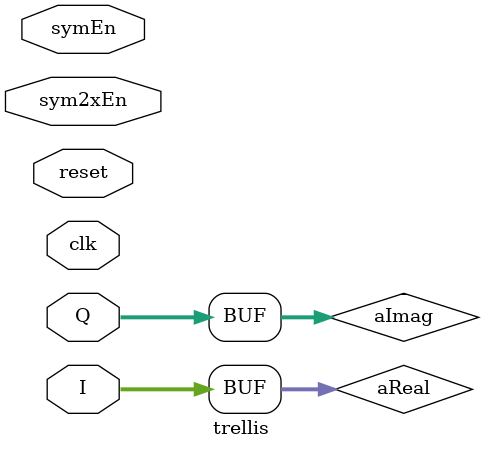
<source format=v>

`timescale 1ns/1ps

module trellis(clk,reset,symEn,sym2xEn,I,Q);

input clk,reset,symEn,sym2xEn;
input [17:0]I,Q;


wire [17:0]aReal,aImag,bReal,bImag,pReal,pImag;

assign aReal = I, aImag = Q;

cmpy18 cmpy18(clk,reset,aReal,aImag,bReal,bImag,pReal,pImag);







dds dds(
	.clk(clk),
	.sclr(reset),
	.we(we),
	.data(data), // Bus [31 : 0] 
	.cosine(bReal), // Bus [17 : 0] 
	.sine(bImag)); // Bus [17 : 0] 








// there are two samples per symbol and their coefficients order below is
// 0 real, 0 imag, 1 real, 1 imag
wire [17:0]f0I,f0Q;
filter #(18'h1B48C,18'h10B85,18'h3D7D4,18'h1FE6B) f0(clk,reset,symEn,sym2xEn,I,Q,f0I,f0Q);

wire [17:0]f1I,f1Q;
filter #(18'h1B48C,18'h2F47B,18'h3D7D4,18'h20195) f1(clk,reset,symEn,sym2xEn,I,Q,f1I,f1Q);

wire [17:0]out0Pt1Real,out1Pt1Real,
  out0Pt2Real,out1Pt2Real,
  out0Pt3Real,out1Pt3Real,
  out0Pt4Real,out1Pt4Real,
  out0Pt5Real,out1Pt5Real,
  out0Pt6Real,out1Pt6Real,
  out0Pt7Real,out1Pt7Real,
  out0Pt8Real,out1Pt8Real,
  out0Pt9Real,out1Pt9Real,
  out0Pt10Real,out1Pt10Real,
  out0Pt11Real,out1Pt11Real,
  out0Pt12Real,out1Pt12Real,
  out0Pt13Real,out1Pt13Real,
  out0Pt14Real,out1Pt14Real,
  out0Pt15Real,out1Pt15Real,
  out0Pt16Real,out1Pt16Real,
  out0Pt17Real,out1Pt17Real,
  out0Pt18Real,out1Pt18Real,
  out0Pt19Real,out1Pt19Real,
  out0Pt20Real,out1Pt20Real;

rotator rotator(
  clk,reset,symEn,f0I,f0Q,f1I,f1Q,
  out0Pt1Real,,//out0Pt1Imag,
  out1Pt1Real,,//out1Pt1Imag,
  out0Pt2Real,,//out0Pt2Imag,
  out1Pt2Real,,//out1Pt2Imag,
  out0Pt3Real,,//out0Pt3Imag,
  out1Pt3Real,,//out1Pt3Imag,
  out0Pt4Real,,//out0Pt4Imag,
  out1Pt4Real,,//out1Pt4Imag,
  out0Pt5Real,,//out0Pt5Imag,
  out1Pt5Real,,//out1Pt5Imag,
  out0Pt6Real,,//out0Pt6Imag,
  out1Pt6Real,,//out1Pt6Imag,
  out0Pt7Real,,//out0Pt7Imag,
  out1Pt7Real,,//out1Pt7Imag,
  out0Pt8Real,,//out0Pt8Imag,
  out1Pt8Real,,//out1Pt8Imag,
  out0Pt9Real,,//out0Pt9Imag,
  out1Pt9Real,,//out1Pt9Imag,
  out0Pt10Real,,//out0Pt10Imag,
  out1Pt10Real,,//out1Pt10Imag,
  out0Pt11Real,,//out0Pt11Imag,
  out1Pt11Real,,//out1Pt11Imag,
  out0Pt12Real,,//out0Pt12Imag,
  out1Pt12Real,,//out1Pt12Imag,
  out0Pt13Real,,//out0Pt13Imag,
  out1Pt13Real,,//out1Pt13Imag,
  out0Pt14Real,,//out0Pt14Imag,
  out1Pt14Real,,//out1Pt14Imag,
  out0Pt15Real,,//out0Pt15Imag,
  out1Pt15Real,,//out1Pt15Imag,
  out0Pt16Real,,//out0Pt16Imag,
  out1Pt16Real,,//out1Pt16Imag,
  out0Pt17Real,,//out0Pt17Imag,
  out1Pt17Real,,//out1Pt17Imag,
  out0Pt18Real,,//out0Pt18Imag,
  out1Pt18Real,,//out1Pt18Imag,
  out0Pt19Real,,//out0Pt19Imag,
  out1Pt19Real,,//out1Pt19Imag,
  out0Pt20Real,,//out0Pt20Imag,
  out1Pt20Real,//,out1Pt20Imag
  );

endmodule
</source>
